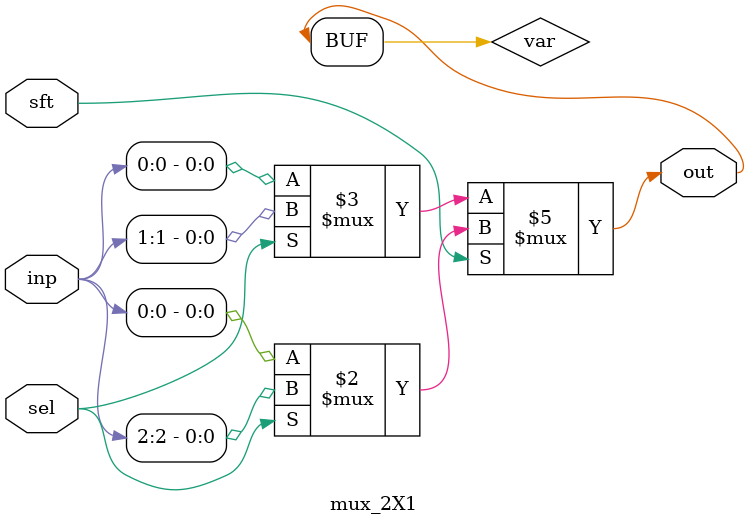
<source format=v>
`timescale 1ns / 1ps
module mux_2X1(output out, input[2:0] inp, input sel, input sft);
	reg var;
	
	always @(*)
	begin
		if (sft)
			begin
				 var <= (sel) ? inp[2] : inp[0];
			end
		else
			begin
				 var <= (sel) ? inp[1] : inp[0];
			end
	end
	
	assign out = var;
endmodule

</source>
